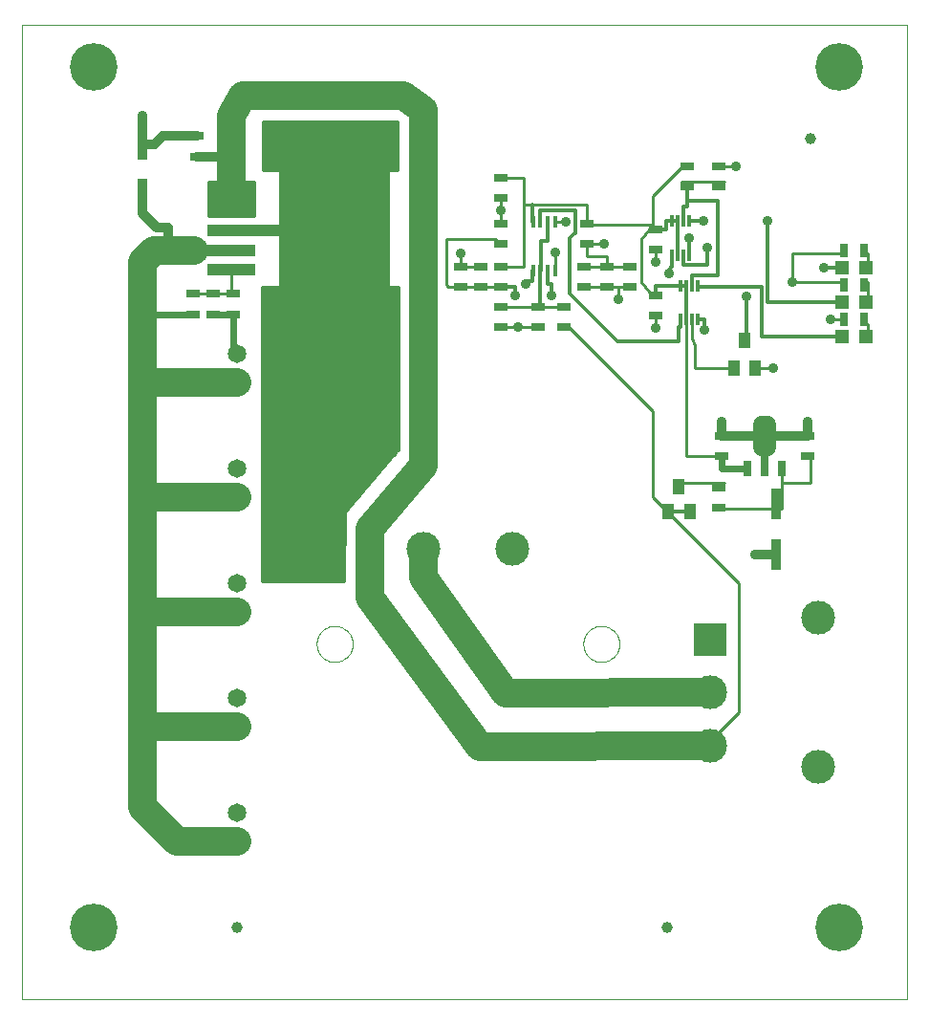
<source format=gtl>
G75*
G70*
%OFA0B0*%
%FSLAX24Y24*%
%IPPOS*%
%LPD*%
%AMOC8*
5,1,8,0,0,1.08239X$1,22.5*
%
%ADD10C,0.0000*%
%ADD11R,0.0472X0.0315*%
%ADD12R,0.0157X0.0394*%
%ADD13R,0.0394X0.0551*%
%ADD14R,0.0315X0.0551*%
%ADD15R,0.0315X0.0748*%
%ADD16C,0.0591*%
%ADD17R,0.0351X0.1096*%
%ADD18R,0.0472X0.0472*%
%ADD19R,0.0315X0.0472*%
%ADD20C,0.1181*%
%ADD21R,0.1181X0.1181*%
%ADD22R,0.0650X0.0650*%
%ADD23C,0.0650*%
%ADD24R,0.0140X0.0394*%
%ADD25R,0.1701X0.0402*%
%ADD26R,0.3902X0.4402*%
%ADD27C,0.0394*%
%ADD28C,0.0100*%
%ADD29C,0.0320*%
%ADD30C,0.0120*%
%ADD31C,0.0357*%
%ADD32C,0.0400*%
%ADD33C,0.0240*%
%ADD34C,0.0160*%
%ADD35C,0.1000*%
%ADD36C,0.1660*%
D10*
X000100Y000100D02*
X000100Y034096D01*
X030970Y034096D01*
X030970Y000100D01*
X000100Y000100D01*
X010370Y012500D02*
X010372Y012550D01*
X010378Y012600D01*
X010388Y012649D01*
X010402Y012697D01*
X010419Y012744D01*
X010440Y012789D01*
X010465Y012833D01*
X010493Y012874D01*
X010525Y012913D01*
X010559Y012950D01*
X010596Y012984D01*
X010636Y013014D01*
X010678Y013041D01*
X010722Y013065D01*
X010768Y013086D01*
X010815Y013102D01*
X010863Y013115D01*
X010913Y013124D01*
X010962Y013129D01*
X011013Y013130D01*
X011063Y013127D01*
X011112Y013120D01*
X011161Y013109D01*
X011209Y013094D01*
X011255Y013076D01*
X011300Y013054D01*
X011343Y013028D01*
X011384Y012999D01*
X011423Y012967D01*
X011459Y012932D01*
X011491Y012894D01*
X011521Y012854D01*
X011548Y012811D01*
X011571Y012767D01*
X011590Y012721D01*
X011606Y012673D01*
X011618Y012624D01*
X011626Y012575D01*
X011630Y012525D01*
X011630Y012475D01*
X011626Y012425D01*
X011618Y012376D01*
X011606Y012327D01*
X011590Y012279D01*
X011571Y012233D01*
X011548Y012189D01*
X011521Y012146D01*
X011491Y012106D01*
X011459Y012068D01*
X011423Y012033D01*
X011384Y012001D01*
X011343Y011972D01*
X011300Y011946D01*
X011255Y011924D01*
X011209Y011906D01*
X011161Y011891D01*
X011112Y011880D01*
X011063Y011873D01*
X011013Y011870D01*
X010962Y011871D01*
X010913Y011876D01*
X010863Y011885D01*
X010815Y011898D01*
X010768Y011914D01*
X010722Y011935D01*
X010678Y011959D01*
X010636Y011986D01*
X010596Y012016D01*
X010559Y012050D01*
X010525Y012087D01*
X010493Y012126D01*
X010465Y012167D01*
X010440Y012211D01*
X010419Y012256D01*
X010402Y012303D01*
X010388Y012351D01*
X010378Y012400D01*
X010372Y012450D01*
X010370Y012500D01*
X019670Y012500D02*
X019672Y012550D01*
X019678Y012600D01*
X019688Y012649D01*
X019702Y012697D01*
X019719Y012744D01*
X019740Y012789D01*
X019765Y012833D01*
X019793Y012874D01*
X019825Y012913D01*
X019859Y012950D01*
X019896Y012984D01*
X019936Y013014D01*
X019978Y013041D01*
X020022Y013065D01*
X020068Y013086D01*
X020115Y013102D01*
X020163Y013115D01*
X020213Y013124D01*
X020262Y013129D01*
X020313Y013130D01*
X020363Y013127D01*
X020412Y013120D01*
X020461Y013109D01*
X020509Y013094D01*
X020555Y013076D01*
X020600Y013054D01*
X020643Y013028D01*
X020684Y012999D01*
X020723Y012967D01*
X020759Y012932D01*
X020791Y012894D01*
X020821Y012854D01*
X020848Y012811D01*
X020871Y012767D01*
X020890Y012721D01*
X020906Y012673D01*
X020918Y012624D01*
X020926Y012575D01*
X020930Y012525D01*
X020930Y012475D01*
X020926Y012425D01*
X020918Y012376D01*
X020906Y012327D01*
X020890Y012279D01*
X020871Y012233D01*
X020848Y012189D01*
X020821Y012146D01*
X020791Y012106D01*
X020759Y012068D01*
X020723Y012033D01*
X020684Y012001D01*
X020643Y011972D01*
X020600Y011946D01*
X020555Y011924D01*
X020509Y011906D01*
X020461Y011891D01*
X020412Y011880D01*
X020363Y011873D01*
X020313Y011870D01*
X020262Y011871D01*
X020213Y011876D01*
X020163Y011885D01*
X020115Y011898D01*
X020068Y011914D01*
X020022Y011935D01*
X019978Y011959D01*
X019936Y011986D01*
X019896Y012016D01*
X019859Y012050D01*
X019825Y012087D01*
X019793Y012126D01*
X019765Y012167D01*
X019740Y012211D01*
X019719Y012256D01*
X019702Y012303D01*
X019688Y012351D01*
X019678Y012400D01*
X019672Y012450D01*
X019670Y012500D01*
D11*
X024400Y017246D03*
X024400Y017954D03*
X024500Y019046D03*
X024500Y019754D03*
X027500Y019754D03*
X027500Y019046D03*
X022200Y023946D03*
X022200Y024654D03*
X021300Y024946D03*
X021300Y025654D03*
X020500Y025654D03*
X019700Y025654D03*
X019800Y026446D03*
X019800Y027154D03*
X019700Y024946D03*
X020500Y024946D03*
X019000Y024254D03*
X019000Y023546D03*
X018100Y023546D03*
X018100Y024254D03*
X016800Y024254D03*
X016800Y024946D03*
X016100Y024946D03*
X015400Y024946D03*
X015400Y025654D03*
X016100Y025654D03*
X016800Y025654D03*
X016800Y026446D03*
X016800Y027154D03*
X016800Y028046D03*
X016800Y028754D03*
X016800Y023546D03*
X022200Y026246D03*
X022200Y026954D03*
X023300Y028446D03*
X023300Y029154D03*
X024400Y029154D03*
X024400Y028446D03*
X007450Y024704D03*
X006750Y024704D03*
X006050Y024704D03*
X006050Y023996D03*
X006750Y023996D03*
X007450Y023996D03*
X006200Y029496D03*
X006200Y030204D03*
D12*
X017916Y027216D03*
X018172Y027216D03*
X018428Y027216D03*
X018684Y027216D03*
X018684Y025524D03*
X018428Y025524D03*
X018172Y025524D03*
X017916Y025524D03*
D13*
X023010Y017973D03*
X022636Y017107D03*
X023384Y017107D03*
X024926Y022128D03*
X025674Y022128D03*
X025300Y023072D03*
D14*
X025410Y018620D03*
X026590Y018620D03*
D15*
X026000Y018720D03*
D16*
X026098Y019356D02*
X025902Y019356D01*
X025902Y020144D01*
X026098Y020144D01*
X026098Y019356D01*
X026098Y019946D02*
X025902Y019946D01*
D17*
X026400Y017381D03*
X026400Y015619D03*
X004300Y028169D03*
X004300Y029931D03*
D18*
X028687Y025600D03*
X029513Y025600D03*
X029513Y024400D03*
X028687Y024400D03*
X028687Y023200D03*
X029513Y023200D03*
D19*
X029454Y023800D03*
X028746Y023800D03*
X028746Y025000D03*
X029454Y025000D03*
X029454Y026200D03*
X028746Y026200D03*
D20*
X027850Y013400D03*
X024100Y010800D03*
X024100Y008950D03*
X027850Y008200D03*
X017200Y015800D03*
X014100Y015800D03*
D21*
X024100Y012650D03*
D22*
X007600Y013600D03*
X007600Y009600D03*
X007600Y005600D03*
X007600Y017600D03*
X007600Y021600D03*
D23*
X007600Y022600D03*
X007600Y018600D03*
X007600Y014600D03*
X007600Y010600D03*
X007600Y006600D03*
D24*
X023056Y023809D03*
X023253Y023809D03*
X023450Y023809D03*
X023647Y023809D03*
X023647Y024991D03*
X023450Y024991D03*
X023253Y024991D03*
X023056Y024991D03*
X023150Y026059D03*
X022953Y026059D03*
X022756Y026059D03*
X023347Y026059D03*
X023347Y027241D03*
X023150Y027241D03*
X022953Y027241D03*
X022756Y027241D03*
D25*
X007400Y027569D03*
X007400Y026900D03*
X007400Y026231D03*
X007400Y025561D03*
X007400Y028239D03*
D26*
X011000Y026900D03*
D27*
X027600Y030100D03*
X022600Y002600D03*
X007600Y002600D03*
D28*
X022600Y017100D02*
X022100Y017600D01*
X022100Y020600D01*
X019100Y023600D01*
X019000Y023546D01*
X019000Y024250D02*
X019000Y024254D01*
X019000Y024250D02*
X018100Y024250D01*
X018100Y024254D01*
X018100Y024250D02*
X016800Y024250D01*
X016800Y024254D01*
X016800Y024946D02*
X016100Y024946D01*
X015400Y024946D01*
X014954Y024946D01*
X014900Y025000D01*
X014900Y026600D01*
X016600Y026600D01*
X016800Y026446D01*
X016800Y027154D02*
X016800Y027600D01*
X016800Y028046D01*
X016800Y027950D01*
X017600Y027800D02*
X017600Y025650D01*
X016800Y025654D01*
X016100Y025654D02*
X015400Y025654D01*
X015400Y026100D01*
X017600Y027800D02*
X017600Y028750D01*
X017100Y028750D01*
X016800Y028754D01*
X017600Y027800D02*
X017900Y027800D01*
X019800Y027800D01*
X019800Y027154D01*
X019800Y027100D01*
X022100Y027100D01*
X022200Y026954D01*
X022100Y027100D02*
X022100Y028100D01*
X023100Y029100D01*
X023300Y029154D01*
X023100Y028600D02*
X023300Y028446D01*
X023100Y028600D02*
X024600Y028600D01*
X024400Y028446D01*
X024400Y029154D02*
X025000Y029154D01*
X025000Y029150D01*
X022100Y027100D02*
X021700Y026600D01*
X021700Y025100D01*
X022100Y024600D01*
X022200Y024654D01*
X022200Y023946D02*
X022200Y023500D01*
X023253Y023809D02*
X023253Y023081D01*
X023270Y022781D01*
X023270Y019050D01*
X024500Y019050D01*
X024500Y019046D02*
X024600Y019100D01*
X024600Y018100D02*
X024400Y017954D01*
X024600Y018100D02*
X023100Y018100D01*
X023010Y017973D01*
X022636Y017107D02*
X022600Y017100D01*
X025100Y014600D01*
X025100Y010100D01*
X024100Y009100D01*
X024100Y008950D01*
X024600Y017200D02*
X024400Y017246D01*
X024600Y017200D02*
X026400Y017200D01*
X026600Y017200D01*
X026600Y018100D01*
X027600Y018100D01*
X027600Y018450D01*
X027600Y019100D01*
X027500Y019046D01*
X026600Y018600D02*
X026600Y018100D01*
X026600Y018600D02*
X026590Y018620D01*
X026000Y018720D02*
X026000Y019754D01*
X026300Y022100D02*
X026300Y022128D01*
X025674Y022128D01*
X024926Y022128D02*
X023550Y022128D01*
X023550Y022900D01*
X023450Y023150D01*
X023450Y023809D01*
X022200Y025800D02*
X022200Y026246D01*
X021300Y025654D02*
X020500Y025654D01*
X019700Y025654D01*
X019800Y026000D02*
X019800Y026446D01*
X019800Y026450D01*
X020400Y026450D01*
X020500Y026000D02*
X019800Y026000D01*
X020500Y026000D02*
X020500Y025654D01*
X020500Y024946D02*
X020900Y024946D01*
X021300Y024946D01*
X020900Y024946D02*
X020900Y024500D01*
X020900Y024946D02*
X020300Y024950D01*
X020296Y024946D01*
X019700Y024946D01*
X018700Y025524D02*
X018700Y026150D01*
X018684Y025524D02*
X018700Y025524D01*
X018684Y027216D02*
X019000Y027216D01*
X019050Y027200D01*
X018100Y023546D02*
X017400Y023546D01*
X017400Y023550D01*
X017400Y023546D02*
X016800Y023546D01*
X013200Y029000D02*
X008500Y029000D01*
X008500Y030700D01*
X013200Y030700D01*
X013200Y029000D01*
X013200Y029059D02*
X008500Y029059D01*
X008500Y029158D02*
X013200Y029158D01*
X013200Y029256D02*
X008500Y029256D01*
X008500Y029355D02*
X013200Y029355D01*
X013200Y029453D02*
X008500Y029453D01*
X008500Y029552D02*
X013200Y029552D01*
X013200Y029650D02*
X008500Y029650D01*
X008500Y029749D02*
X013200Y029749D01*
X013200Y029847D02*
X008500Y029847D01*
X008500Y029946D02*
X013200Y029946D01*
X013200Y030044D02*
X008500Y030044D01*
X008500Y030143D02*
X013200Y030143D01*
X013200Y030241D02*
X008500Y030241D01*
X008500Y030340D02*
X013200Y030340D01*
X013200Y030438D02*
X008500Y030438D01*
X008500Y030537D02*
X013200Y030537D01*
X013200Y030635D02*
X008500Y030635D01*
X008200Y028600D02*
X006600Y028600D01*
X006600Y027400D01*
X008200Y027400D01*
X008200Y028600D01*
X008200Y028567D02*
X006600Y028567D01*
X006600Y028468D02*
X008200Y028468D01*
X008200Y028370D02*
X006600Y028370D01*
X006600Y028271D02*
X008200Y028271D01*
X008200Y028173D02*
X006600Y028173D01*
X006600Y028074D02*
X008200Y028074D01*
X008200Y027976D02*
X006600Y027976D01*
X006600Y027877D02*
X008200Y027877D01*
X008200Y027779D02*
X006600Y027779D01*
X006600Y027680D02*
X008200Y027680D01*
X008200Y027582D02*
X006600Y027582D01*
X006600Y027483D02*
X008200Y027483D01*
X007400Y025561D02*
X007400Y025200D01*
X007400Y025100D01*
X007400Y024754D01*
X007450Y024704D01*
X006750Y024704D01*
X006050Y024704D01*
X026950Y025100D02*
X026950Y026100D01*
X028600Y026100D01*
X028746Y026200D01*
X029454Y026200D02*
X029600Y026100D01*
X029600Y025600D01*
X029513Y025600D01*
X029600Y025100D02*
X029454Y025000D01*
X029600Y025100D02*
X029600Y024600D01*
X029513Y024400D01*
X029454Y023800D02*
X029600Y023600D01*
X029600Y023100D01*
X029513Y023200D01*
X028746Y023800D02*
X028300Y023800D01*
X028746Y025000D02*
X028600Y025100D01*
X026950Y025100D01*
D29*
X027500Y020250D02*
X027500Y019754D01*
X027500Y019750D01*
X027500Y019754D02*
X026000Y019754D01*
X024500Y019754D01*
X024500Y020250D01*
X025650Y015619D02*
X025650Y015600D01*
X025650Y015619D02*
X026400Y015619D01*
X007400Y026231D02*
X006131Y026231D01*
X006100Y026200D01*
X005200Y026200D02*
X005200Y027000D01*
X004800Y027000D01*
X004300Y027500D01*
X004300Y028169D01*
X004300Y029931D02*
X004731Y029931D01*
X005000Y030200D01*
X006196Y030200D01*
X006200Y030204D01*
X006200Y029496D02*
X007396Y029496D01*
X007400Y029500D01*
X004300Y029931D02*
X004300Y030900D01*
D30*
X016800Y024946D02*
X017300Y024946D01*
X017300Y024650D01*
X017650Y025050D02*
X017650Y025150D01*
X017900Y025150D01*
X017900Y025524D01*
X017916Y025524D01*
X018172Y025524D02*
X018200Y025524D01*
X018200Y026550D01*
X018428Y026550D01*
X018428Y027216D01*
X018172Y027216D02*
X018172Y027600D01*
X019400Y027600D01*
X019400Y026800D01*
X019350Y026800D01*
X019200Y026650D01*
X019200Y024700D01*
X020850Y023050D01*
X023000Y023050D01*
X023000Y023541D01*
X023056Y023541D01*
X023056Y023809D01*
X023253Y023809D02*
X023253Y024991D01*
X023056Y024991D01*
X022200Y024991D01*
X022200Y024654D01*
X022650Y025400D02*
X022716Y025650D01*
X022756Y025650D01*
X022756Y026059D01*
X022953Y026059D02*
X022953Y027241D01*
X022756Y027241D01*
X022550Y027241D01*
X022550Y027259D01*
X022550Y027241D02*
X022550Y026950D01*
X022200Y026950D01*
X022200Y026954D01*
X023150Y027241D02*
X023150Y027750D01*
X023300Y027750D01*
X023300Y027950D01*
X023300Y028446D01*
X023300Y027950D02*
X024350Y027950D01*
X024350Y025350D01*
X023450Y025350D01*
X023450Y024991D01*
X023647Y024991D02*
X023647Y024959D01*
X025900Y024959D01*
X025900Y023200D01*
X028687Y023200D01*
X028687Y024400D02*
X026100Y024400D01*
X026100Y027259D01*
X028050Y025600D02*
X028687Y025600D01*
X025350Y024600D02*
X025350Y023072D01*
X025300Y023072D01*
X023900Y023450D02*
X023900Y023809D01*
X023647Y023809D01*
X024000Y025700D02*
X023150Y025700D01*
X023150Y026059D01*
X023347Y026059D02*
X023350Y026059D01*
X023350Y026650D01*
X023347Y027241D02*
X023850Y027241D01*
X023850Y027250D01*
X024000Y026300D02*
X024000Y025700D01*
X018550Y025050D02*
X018550Y024650D01*
X018550Y025050D02*
X018428Y025050D01*
X018428Y025524D01*
X018172Y025524D02*
X018172Y024254D01*
X018100Y024254D01*
X017916Y027216D02*
X017900Y027216D01*
X017900Y027800D01*
X024500Y019050D02*
X024500Y019046D01*
X023384Y017107D02*
X022636Y017107D01*
X026400Y017200D02*
X026400Y017381D01*
D31*
X025650Y015600D03*
X024500Y020250D03*
X026300Y022100D03*
X027500Y020250D03*
X028300Y023800D03*
X028050Y025600D03*
X026950Y025100D03*
X025350Y024600D03*
X023900Y023450D03*
X022200Y023500D03*
X020900Y024500D03*
X022200Y025800D03*
X022650Y025400D03*
X023350Y026650D03*
X024000Y026300D03*
X023850Y027250D03*
X025000Y029150D03*
X026100Y027259D03*
X020400Y026450D03*
X019050Y027200D03*
X018700Y026150D03*
X018550Y024650D03*
X017650Y025050D03*
X017300Y024650D03*
X017400Y023550D03*
X015400Y026100D03*
X016800Y027600D03*
X012700Y030050D03*
X012000Y030050D03*
X011200Y030050D03*
X010400Y030050D03*
X009700Y030050D03*
X009000Y030050D03*
X004300Y030900D03*
X008900Y023750D03*
X008900Y023150D03*
X008900Y022550D03*
X009600Y022550D03*
X009600Y023150D03*
X009600Y023750D03*
X010300Y023750D03*
X010300Y023150D03*
X010300Y022550D03*
X011100Y022550D03*
X011100Y023150D03*
X011100Y023750D03*
X011900Y023750D03*
X011900Y023150D03*
X012700Y023750D03*
D32*
X011000Y026900D02*
X007400Y026900D01*
D33*
X007400Y027500D02*
X007400Y027500D01*
X007400Y027569D01*
X007400Y028239D01*
X007400Y028238D01*
X007450Y023996D02*
X006750Y023996D01*
X006050Y023996D02*
X004304Y023996D01*
X004300Y024000D01*
X007450Y023996D02*
X007450Y022750D01*
X007600Y022600D01*
X024500Y019046D02*
X024500Y018620D01*
X025410Y018620D01*
D34*
X013200Y019300D02*
X011320Y017110D01*
X011300Y014700D01*
X008500Y014700D01*
X008500Y024900D01*
X013200Y024900D01*
X013200Y019300D01*
X013182Y019279D02*
X008500Y019279D01*
X008500Y019437D02*
X013200Y019437D01*
X013200Y019596D02*
X008500Y019596D01*
X008500Y019754D02*
X013200Y019754D01*
X013200Y019913D02*
X008500Y019913D01*
X008500Y020071D02*
X013200Y020071D01*
X013200Y020230D02*
X008500Y020230D01*
X008500Y020388D02*
X013200Y020388D01*
X013200Y020547D02*
X008500Y020547D01*
X008500Y020705D02*
X013200Y020705D01*
X013200Y020864D02*
X008500Y020864D01*
X008500Y021022D02*
X013200Y021022D01*
X013200Y021181D02*
X008500Y021181D01*
X008500Y021339D02*
X013200Y021339D01*
X013200Y021498D02*
X008500Y021498D01*
X008500Y021656D02*
X013200Y021656D01*
X013200Y021815D02*
X008500Y021815D01*
X008500Y021973D02*
X013200Y021973D01*
X013200Y022132D02*
X008500Y022132D01*
X008500Y022290D02*
X013200Y022290D01*
X013200Y022449D02*
X008500Y022449D01*
X008500Y022607D02*
X013200Y022607D01*
X013200Y022766D02*
X008500Y022766D01*
X008500Y022924D02*
X013200Y022924D01*
X013200Y023083D02*
X008500Y023083D01*
X008500Y023241D02*
X013200Y023241D01*
X013200Y023400D02*
X008500Y023400D01*
X008500Y023558D02*
X013200Y023558D01*
X013200Y023717D02*
X008500Y023717D01*
X008500Y023875D02*
X013200Y023875D01*
X013200Y024034D02*
X008500Y024034D01*
X008500Y024192D02*
X013200Y024192D01*
X013200Y024351D02*
X008500Y024351D01*
X008500Y024509D02*
X013200Y024509D01*
X013200Y024668D02*
X008500Y024668D01*
X008500Y024826D02*
X013200Y024826D01*
X013046Y019120D02*
X008500Y019120D01*
X008500Y018962D02*
X012909Y018962D01*
X012773Y018803D02*
X008500Y018803D01*
X008500Y018645D02*
X012637Y018645D01*
X012501Y018486D02*
X008500Y018486D01*
X008500Y018328D02*
X012365Y018328D01*
X012229Y018169D02*
X008500Y018169D01*
X008500Y018011D02*
X012093Y018011D01*
X011957Y017852D02*
X008500Y017852D01*
X008500Y017694D02*
X011821Y017694D01*
X011685Y017535D02*
X008500Y017535D01*
X008500Y017377D02*
X011549Y017377D01*
X011413Y017218D02*
X008500Y017218D01*
X008500Y017060D02*
X011320Y017060D01*
X011318Y016901D02*
X008500Y016901D01*
X008500Y016743D02*
X011317Y016743D01*
X011316Y016584D02*
X008500Y016584D01*
X008500Y016426D02*
X011314Y016426D01*
X011313Y016267D02*
X008500Y016267D01*
X008500Y016109D02*
X011312Y016109D01*
X011310Y015950D02*
X008500Y015950D01*
X008500Y015792D02*
X011309Y015792D01*
X011308Y015633D02*
X008500Y015633D01*
X008500Y015475D02*
X011306Y015475D01*
X011305Y015316D02*
X008500Y015316D01*
X008500Y015158D02*
X011304Y015158D01*
X011302Y014999D02*
X008500Y014999D01*
X008500Y014841D02*
X011301Y014841D01*
D35*
X012230Y014110D02*
X012230Y016520D01*
X014100Y018700D01*
X014100Y031100D01*
X013400Y031600D01*
X007800Y031600D01*
X007400Y030900D01*
X007400Y029500D01*
X007400Y028239D01*
X007400Y028239D01*
X006100Y026200D02*
X005200Y026200D01*
X004700Y026200D01*
X004300Y025800D01*
X004300Y024000D01*
X004300Y021600D01*
X007600Y021600D01*
X004300Y021600D02*
X004300Y017600D01*
X007600Y017600D01*
X004300Y017600D02*
X004300Y013700D01*
X004400Y013600D01*
X007600Y013600D01*
X004300Y013700D02*
X004300Y009600D01*
X007600Y009600D01*
X004300Y009600D02*
X004300Y006800D01*
X005500Y005600D01*
X007600Y005600D01*
X016070Y008930D02*
X012230Y014110D01*
X014100Y014810D02*
X016960Y010780D01*
X024100Y010800D01*
X024100Y008950D02*
X016070Y008930D01*
X014100Y014810D02*
X014100Y015800D01*
D36*
X002600Y002600D03*
X028600Y002600D03*
X028600Y032600D03*
X002600Y032600D03*
M02*

</source>
